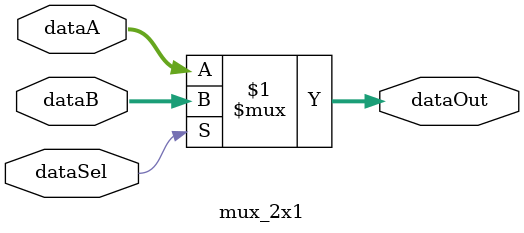
<source format=sv>
`timescale 1ns / 1ps
module mux_2x1 #(parameter BIT_SIZE=32)(
    output logic [BIT_SIZE-1:0] dataOut,
    input logic [BIT_SIZE-1:0] dataA,
    input logic [BIT_SIZE-1:0] dataB,
    input logic dataSel
    );
    
    //Ternary Operator Selection Statement
    assign dataOut = (dataSel) ? dataB : dataA;
    
endmodule
</source>
